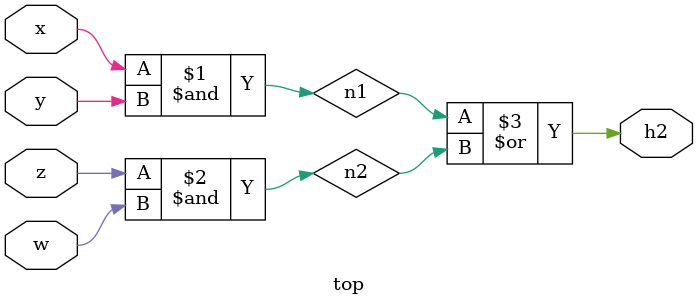
<source format=v>
module top( x, y, z, w, h2);
input x, y, z, w;
output h2;
wire n1, n2;
and (n1, x, y);
and (n2, z, w);
or (h2, n1, n2);
endmodule

</source>
